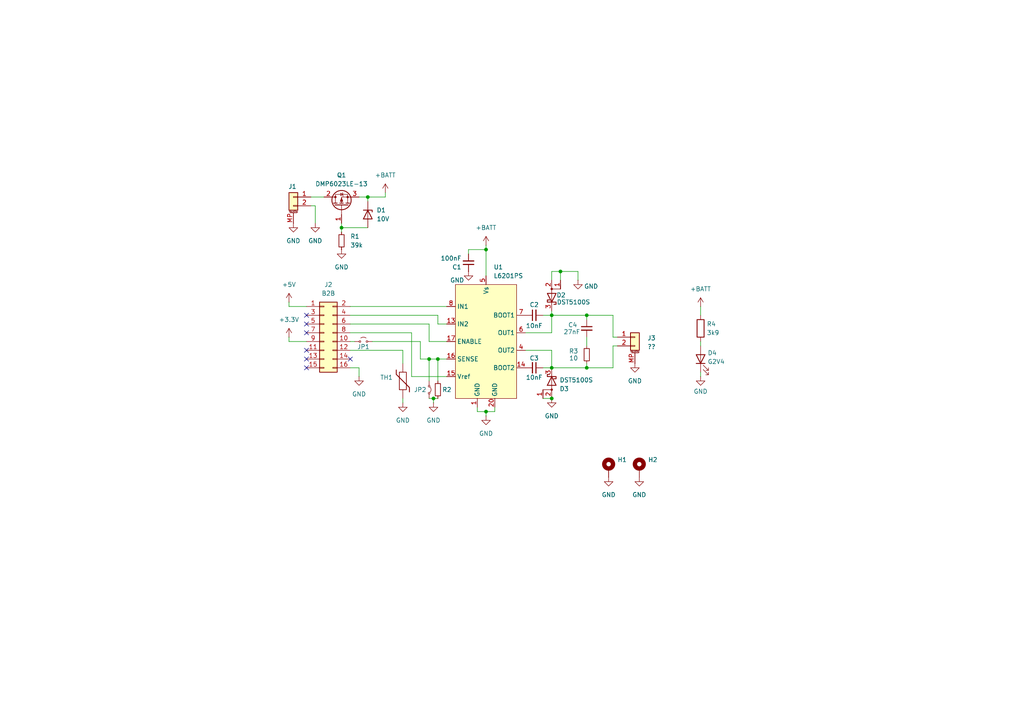
<source format=kicad_sch>
(kicad_sch (version 20231120) (generator "eeschema") (generator_version "8.0")
  (paper "A4")
  (lib_symbols
    (symbol "Connector_Generic:Conn_02x08_Odd_Even" (pin_names (offset 1.016) hide)
      (property "Reference" "J" (at 1.27 10.16 0))
      (property "Value" "Conn_02x08_Odd_Even" (at 1.27 -12.7 0))
      (symbol "Conn_02x08_Odd_Even_1_1"
        (rectangle (start -1.27 -10.033) (end 0 -10.287) (stroke (width 0.1524)))
        (rectangle (start -1.27 -7.493) (end 0 -7.747) (stroke (width 0.1524)))
        (rectangle (start -1.27 -4.953) (end 0 -5.207) (stroke (width 0.1524)))
        (rectangle (start -1.27 -2.413) (end 0 -2.667) (stroke (width 0.1524)))
        (rectangle (start -1.27 0.127) (end 0 -0.127) (stroke (width 0.1524)))
        (rectangle (start -1.27 2.667) (end 0 2.413) (stroke (width 0.1524)))
        (rectangle (start -1.27 5.207) (end 0 4.953) (stroke (width 0.1524)))
        (rectangle (start -1.27 7.747) (end 0 7.493) (stroke (width 0.1524)))
        (rectangle (start -1.27 8.89) (end 3.81 -11.43) (stroke (width 0.254)) (fill (type background)))
        (rectangle (start 3.81 -10.033) (end 2.54 -10.287) (stroke (width 0.1524)))
        (rectangle (start 3.81 -7.493) (end 2.54 -7.747) (stroke (width 0.1524)))
        (rectangle (start 3.81 -4.953) (end 2.54 -5.207) (stroke (width 0.1524)))
        (rectangle (start 3.81 -2.413) (end 2.54 -2.667) (stroke (width 0.1524)))
        (rectangle (start 3.81 0.127) (end 2.54 -0.127) (stroke (width 0.1524)))
        (rectangle (start 3.81 2.667) (end 2.54 2.413) (stroke (width 0.1524)))
        (rectangle (start 3.81 5.207) (end 2.54 4.953) (stroke (width 0.1524)))
        (rectangle (start 3.81 7.747) (end 2.54 7.493) (stroke (width 0.1524)))
        (pin passive line (at -5.08 7.62 0) (length 3.81) (name "Pin_1") (number "1"))
        (pin passive line (at 7.62 -2.54 180) (length 3.81) (name "Pin_10") (number "10"))
        (pin passive line (at -5.08 -5.08 0) (length 3.81) (name "Pin_11") (number "11"))
        (pin passive line (at 7.62 -5.08 180) (length 3.81) (name "Pin_12") (number "12"))
        (pin passive line (at -5.08 -7.62 0) (length 3.81) (name "Pin_13") (number "13"))
        (pin passive line (at 7.62 -7.62 180) (length 3.81) (name "Pin_14") (number "14"))
        (pin passive line (at -5.08 -10.16 0) (length 3.81) (name "Pin_15") (number "15"))
        (pin passive line (at 7.62 -10.16 180) (length 3.81) (name "Pin_16") (number "16"))
        (pin passive line (at 7.62 7.62 180) (length 3.81) (name "Pin_2") (number "2"))
        (pin passive line (at -5.08 5.08 0) (length 3.81) (name "Pin_3") (number "3"))
        (pin passive line (at 7.62 5.08 180) (length 3.81) (name "Pin_4") (number "4"))
        (pin passive line (at -5.08 2.54 0) (length 3.81) (name "Pin_5") (number "5"))
        (pin passive line (at 7.62 2.54 180) (length 3.81) (name "Pin_6") (number "6"))
        (pin passive line (at -5.08 0 0) (length 3.81) (name "Pin_7") (number "7"))
        (pin passive line (at 7.62 0 180) (length 3.81) (name "Pin_8") (number "8"))
        (pin passive line (at -5.08 -2.54 0) (length 3.81) (name "Pin_9") (number "9"))
      )
    )
    (symbol "Connector_Generic_MountingPin:Conn_01x02_MountingPin" (pin_names (offset 1.016) hide)
      (property "Reference" "J" (at 0 2.54 0))
      (property "Value" "Conn_01x02_MountingPin" (at 1.27 -5.08 0))
      (symbol "Conn_01x02_MountingPin_1_1"
        (rectangle (start -1.27 -2.413) (end 0 -2.667) (stroke (width 0.1524)))
        (rectangle (start -1.27 0.127) (end 0 -0.127) (stroke (width 0.1524)))
        (rectangle (start -1.27 1.27) (end 1.27 -3.81) (stroke (width 0.254)) (fill (type background)))
        (polyline (pts (xy -1.016 -4.572) (xy 1.016 -4.572)) (stroke (width 0.1524)))
        (text "Mounting" (at 0 -4.191 0) (effects (font (size 0.381 0.381))))
        (pin passive line (at -5.08 0 0) (length 3.81) (name "Pin_1") (number "1"))
        (pin passive line (at -5.08 -2.54 0) (length 3.81) (name "Pin_2") (number "2"))
        (pin passive line (at 0 -7.62 90) (length 3.048) (name "MountPin") (number "MP"))
      )
    )
    (symbol "Device:C_Small" (pin_numbers hide) (pin_names (offset 0.254) hide)
      (property "Reference" "C" (at 0.254 1.778 0))
      (property "Value" "C_Small" (at 0.254 -2.032 0))
      (symbol "C_Small_0_1"
        (polyline (pts (xy -1.524 -0.508) (xy 1.524 -0.508)) (stroke (width 0.3302)))
        (polyline (pts (xy -1.524 0.508) (xy 1.524 0.508)) (stroke (width 0.3048)))
      )
      (symbol "C_Small_1_1"
        (pin passive line (at 0 2.54 270) (length 2.032) (name "~") (number "1"))
        (pin passive line (at 0 -2.54 90) (length 2.032) (name "~") (number "2"))
      )
    )
    (symbol "Device:D_Schottky_AAK" (pin_names (offset 0) hide)
      (property "Reference" "D" (at 0 2.54 0))
      (property "Value" "D_Schottky_AAK" (at 0 -2.54 0))
      (symbol "D_Schottky_AAK_0_1"
        (polyline (pts (xy 1.27 1.27) (xy 1.27 -1.27) (xy -1.27 0) (xy 1.27 1.27)) (stroke (width 0.254)))
        (polyline (pts (xy 3.81 2.54) (xy 2.54 2.54) (xy 2.54 0) (xy -1.27 0)))
        (polyline (pts (xy -1.905 0.635) (xy -1.905 1.27) (xy -1.27 1.27) (xy -1.27 -1.27) (xy -0.635 -1.27) (xy -0.635 -0.635)) (stroke (width 0.254)))
        (circle (center 2.54 0) (radius 0.254) (fill (type outline)))
      )
      (symbol "D_Schottky_AAK_1_1"
        (pin passive line (at 5.08 2.54 180) (length 2.54) (name "A") (number "1"))
        (pin passive line (at 5.08 0 180) (length 2.54) (name "A") (number "2"))
        (pin passive line (at -3.81 0 0) (length 2.54) (name "K") (number "3"))
      )
    )
    (symbol "Device:D_Zener" (pin_numbers hide) (pin_names (offset 1.016) hide)
      (property "Reference" "D" (at 0 2.54 0))
      (property "Value" "D_Zener" (at 0 -2.54 0))
      (symbol "D_Zener_0_1"
        (polyline (pts (xy 1.27 0) (xy -1.27 0)))
        (polyline (pts (xy -1.27 -1.27) (xy -1.27 1.27) (xy -0.762 1.27)) (stroke (width 0.254)))
        (polyline (pts (xy 1.27 -1.27) (xy 1.27 1.27) (xy -1.27 0) (xy 1.27 -1.27)) (stroke (width 0.254)))
      )
      (symbol "D_Zener_1_1"
        (pin passive line (at -3.81 0 0) (length 2.54) (name "K") (number "1"))
        (pin passive line (at 3.81 0 180) (length 2.54) (name "A") (number "2"))
      )
    )
    (symbol "Device:LED" (pin_numbers hide) (pin_names (offset 1.016) hide)
      (property "Reference" "D" (at 0 2.54 0))
      (property "Value" "LED" (at 0 -2.54 0))
      (symbol "LED_0_1"
        (polyline (pts (xy -1.27 -1.27) (xy -1.27 1.27)) (stroke (width 0.254)))
        (polyline (pts (xy -1.27 0) (xy 1.27 0)))
        (polyline (pts (xy 1.27 -1.27) (xy 1.27 1.27) (xy -1.27 0) (xy 1.27 -1.27)) (stroke (width 0.254)))
        (polyline (pts (xy -3.048 -0.762) (xy -4.572 -2.286) (xy -3.81 -2.286) (xy -4.572 -2.286) (xy -4.572 -1.524)))
        (polyline (pts (xy -1.778 -0.762) (xy -3.302 -2.286) (xy -2.54 -2.286) (xy -3.302 -2.286) (xy -3.302 -1.524)))
      )
      (symbol "LED_1_1"
        (pin passive line (at -3.81 0 0) (length 2.54) (name "K") (number "1"))
        (pin passive line (at 3.81 0 180) (length 2.54) (name "A") (number "2"))
      )
    )
    (symbol "Device:Q_PMOS_GDS" (pin_names (offset 0) hide)
      (property "Reference" "Q" (at 5.08 1.27 0))
      (property "Value" "Q_PMOS_GDS" (at 5.08 -1.27 0))
      (symbol "Q_PMOS_GDS_0_1"
        (polyline (pts (xy 0.254 0) (xy -2.54 0)))
        (polyline (pts (xy 0.254 1.905) (xy 0.254 -1.905)) (stroke (width 0.254)))
        (polyline (pts (xy 0.762 -1.27) (xy 0.762 -2.286)) (stroke (width 0.254)))
        (polyline (pts (xy 0.762 0.508) (xy 0.762 -0.508)) (stroke (width 0.254)))
        (polyline (pts (xy 0.762 2.286) (xy 0.762 1.27)) (stroke (width 0.254)))
        (polyline (pts (xy 2.54 2.54) (xy 2.54 1.778)))
        (polyline (pts (xy 2.54 -2.54) (xy 2.54 0) (xy 0.762 0)))
        (polyline (pts (xy 0.762 1.778) (xy 3.302 1.778) (xy 3.302 -1.778) (xy 0.762 -1.778)))
        (polyline (pts (xy 2.286 0) (xy 1.27 0.381) (xy 1.27 -0.381) (xy 2.286 0)) (fill (type outline)))
        (polyline (pts (xy 2.794 -0.508) (xy 2.921 -0.381) (xy 3.683 -0.381) (xy 3.81 -0.254)))
        (polyline (pts (xy 3.302 -0.381) (xy 2.921 0.254) (xy 3.683 0.254) (xy 3.302 -0.381)))
        (circle (center 1.651 0) (radius 2.794) (stroke (width 0.254)))
        (circle (center 2.54 -1.778) (radius 0.254) (fill (type outline)))
        (circle (center 2.54 1.778) (radius 0.254) (fill (type outline)))
      )
      (symbol "Q_PMOS_GDS_1_1"
        (pin input line (at -5.08 0 0) (length 2.54) (name "G") (number "1"))
        (pin passive line (at 2.54 5.08 270) (length 2.54) (name "D") (number "2"))
        (pin passive line (at 2.54 -5.08 90) (length 2.54) (name "S") (number "3"))
      )
    )
    (symbol "Device:R" (pin_numbers hide) (pin_names (offset 0))
      (property "Reference" "R" (at 2.032 0 90))
      (property "Value" "R" (at 0 0 90))
      (symbol "R_0_1"
        (rectangle (start -1.016 -2.54) (end 1.016 2.54) (stroke (width 0.254)))
      )
      (symbol "R_1_1"
        (pin passive line (at 0 3.81 270) (length 1.27) (name "~") (number "1"))
        (pin passive line (at 0 -3.81 90) (length 1.27) (name "~") (number "2"))
      )
    )
    (symbol "Device:R_Small" (pin_numbers hide) (pin_names (offset 0.254) hide)
      (property "Reference" "R" (at 0.762 0.508 0))
      (property "Value" "R_Small" (at 0.762 -1.016 0))
      (symbol "R_Small_0_1"
        (rectangle (start -0.762 1.778) (end 0.762 -1.778) (stroke (width 0.2032)))
      )
      (symbol "R_Small_1_1"
        (pin passive line (at 0 2.54 270) (length 0.762) (name "~") (number "1"))
        (pin passive line (at 0 -2.54 90) (length 0.762) (name "~") (number "2"))
      )
    )
    (symbol "Device:Thermistor" (pin_numbers hide) (pin_names (offset 0))
      (property "Reference" "TH" (at 2.54 1.27 90))
      (property "Value" "Thermistor" (at -2.54 0 90))
      (symbol "Thermistor_0_1"
        (rectangle (start -1.016 2.54) (end 1.016 -2.54) (stroke (width 0.2032)))
        (polyline (pts (xy -1.905 3.175) (xy -1.905 1.905) (xy 1.905 -1.905) (xy 1.905 -3.175) (xy 1.905 -3.175)) (stroke (width 0.254)))
      )
      (symbol "Thermistor_1_1"
        (pin passive line (at 0 5.08 270) (length 2.54) (name "~") (number "1"))
        (pin passive line (at 0 -5.08 90) (length 2.54) (name "~") (number "2"))
      )
    )
    (symbol "FIRO_collected:L6201PS"
      (property "Reference" "U" (at 1.524 20.828 0))
      (property "Value" "L6201PS" (at 5.08 18.796 0))
      (symbol "L6201PS_1_1"
        (rectangle (start -8.89 16.51) (end 8.89 -16.51) (fill (type background)))
        (pin passive line (at -2.54 -19.05 90) (length 2.54) (name "GND") (number "1"))
        (pin passive line (at -2.54 -19.05 90) (length 2.54) hide (name "GND") (number "10"))
        (pin passive line (at 2.54 -19.05 90) (length 2.54) hide (name "GND") (number "11"))
        (pin input line (at -11.43 5.08 0) (length 2.54) (name "IN2") (number "13"))
        (pin input line (at 11.43 -7.62 180) (length 2.54) (name "BOOT2") (number "14"))
        (pin output line (at -11.43 -10.16 0) (length 2.54) (name "Vref") (number "15"))
        (pin output line (at -11.43 -5.08 0) (length 2.54) (name "SENSE") (number "16"))
        (pin input line (at -11.43 0 0) (length 2.54) (name "ENABLE") (number "17"))
        (pin passive line (at 2.54 -19.05 90) (length 2.54) (name "GND") (number "20"))
        (pin passive line (at 2.54 -19.05 90) (length 2.54) hide (name "GND") (number "21"))
        (pin output line (at 11.43 -2.54 180) (length 2.54) (name "OUT2") (number "4"))
        (pin passive line (at 0 19.05 270) (length 2.54) (name "Vs") (number "5"))
        (pin output line (at 11.43 2.54 180) (length 2.54) (name "OUT1") (number "6"))
        (pin input line (at 11.43 7.62 180) (length 2.54) (name "BOOT1") (number "7"))
        (pin input line (at -11.43 10.16 0) (length 2.54) (name "IN1") (number "8"))
      )
    )
    (symbol "Jumper:Jumper_2_Small_Bridged" (pin_numbers hide) (pin_names (offset 0) hide) (exclude_from_sim yes)
      (property "Reference" "JP" (at 0 2.032 0))
      (property "Value" "Jumper_2_Small_Bridged" (at 0 -2.286 0))
      (symbol "Jumper_2_Small_Bridged_0_0"
        (circle (center -1.016 0) (radius 0.254))
        (circle (center 1.016 0) (radius 0.254))
      )
      (symbol "Jumper_2_Small_Bridged_0_1"
        (arc (start 0.762 0.254) (mid 0 0.5696) (end -0.762 0.254))
      )
      (symbol "Jumper_2_Small_Bridged_1_1"
        (pin passive line (at -2.54 0 0) (length 1.27) (name "A") (number "1"))
        (pin passive line (at 2.54 0 180) (length 1.27) (name "B") (number "2"))
      )
    )
    (symbol "Jumper:Jumper_2_Small_Open" (pin_numbers hide) (pin_names (offset 0) hide) (exclude_from_sim yes)
      (property "Reference" "JP" (at 0 2.794 0))
      (property "Value" "Jumper_2_Small_Open" (at 0 -2.286 0))
      (symbol "Jumper_2_Small_Open_0_0"
        (circle (center -1.016 0) (radius 0.254))
        (circle (center 1.016 0) (radius 0.254))
      )
      (symbol "Jumper_2_Small_Open_0_1"
        (arc (start 0.762 1.0196) (mid 0 1.2729) (end -0.762 1.0196))
      )
      (symbol "Jumper_2_Small_Open_1_1"
        (pin passive line (at -2.54 0 0) (length 1.27) (name "A") (number "1"))
        (pin passive line (at 2.54 0 180) (length 1.27) (name "B") (number "2"))
      )
    )
    (symbol "Mechanical:MountingHole_Pad" (pin_numbers hide) (pin_names (offset 1.016) hide) (exclude_from_sim yes) (in_bom no)
      (property "Reference" "H" (at 0 6.35 0))
      (property "Value" "MountingHole_Pad" (at 0 4.445 0))
      (symbol "MountingHole_Pad_0_1"
        (circle (center 0 1.27) (radius 1.27) (stroke (width 1.27)))
      )
      (symbol "MountingHole_Pad_1_1"
        (pin input line (at 0 -2.54 90) (length 2.54) (name "1") (number "1"))
      )
    )
    (symbol "power:+3.3V" (power) (pin_numbers hide) (pin_names (offset 0) hide)
      (property "Value" "+3.3V" (at 0 3.556 0))
      (symbol "+3.3V_0_1"
        (polyline (pts (xy -0.762 1.27) (xy 0 2.54)))
        (polyline (pts (xy 0 0) (xy 0 2.54)))
        (polyline (pts (xy 0 2.54) (xy 0.762 1.27)))
      )
      (symbol "+3.3V_1_1"
        (pin power_in line (at 0 0 90) (length 0) (name "~") (number "1"))
      )
    )
    (symbol "power:+5V" (power) (pin_numbers hide) (pin_names (offset 0) hide)
      (property "Value" "+5V" (at 0 3.556 0))
      (symbol "+5V_0_1"
        (polyline (pts (xy -0.762 1.27) (xy 0 2.54)))
        (polyline (pts (xy 0 0) (xy 0 2.54)))
        (polyline (pts (xy 0 2.54) (xy 0.762 1.27)))
      )
      (symbol "+5V_1_1"
        (pin power_in line (at 0 0 90) (length 0) (name "~") (number "1"))
      )
    )
    (symbol "power:+BATT" (power) (pin_numbers hide) (pin_names (offset 0) hide)
      (property "Value" "+BATT" (at 0 3.556 0))
      (symbol "+BATT_0_1"
        (polyline (pts (xy -0.762 1.27) (xy 0 2.54)))
        (polyline (pts (xy 0 0) (xy 0 2.54)))
        (polyline (pts (xy 0 2.54) (xy 0.762 1.27)))
      )
      (symbol "+BATT_1_1"
        (pin power_in line (at 0 0 90) (length 0) (name "~") (number "1"))
      )
    )
    (symbol "power:GND" (power) (pin_numbers hide) (pin_names (offset 0) hide)
      (property "Value" "GND" (at 0 -3.81 0))
      (symbol "GND_0_1"
        (polyline (pts (xy 0 0) (xy 0 -1.27) (xy 1.27 -1.27) (xy 0 -2.54) (xy -1.27 -1.27) (xy 0 -1.27)))
      )
      (symbol "GND_1_1"
        (pin power_in line (at 0 0 270) (length 0) (name "~") (number "1"))
      )
    )
  )
  (junction (at 160.02 115.57))
  (junction (at 162.56 78.74))
  (junction (at 170.18 91.44))
  (junction (at 125.73 115.57))
  (junction (at 124.46 104.14))
  (junction (at 99.06 66.04))
  (junction (at 140.97 72.39))
  (junction (at 140.97 119.38))
  (junction (at 127 104.14))
  (junction (at 160.02 106.68))
  (junction (at 106.68 57.15))
  (junction (at 160.02 91.44))
  (junction (at 170.18 106.68))
  (no_connect (at 88.9 104.14))
  (no_connect (at 88.9 91.44))
  (no_connect (at 88.9 96.52))
  (no_connect (at 88.9 93.98))
  (no_connect (at 88.9 106.68))
  (no_connect (at 88.9 101.6))
  (no_connect (at 101.6 104.14))
  (wire (pts (xy 170.18 92.71) (xy 170.18 91.44)))
  (wire (pts (xy 127 104.14) (xy 129.54 104.14)))
  (wire (pts (xy 177.8 91.44) (xy 170.18 91.44)))
  (wire (pts (xy 83.82 99.06) (xy 88.9 99.06)))
  (wire (pts (xy 127 104.14) (xy 127 110.49)))
  (wire (pts (xy 116.84 105.41) (xy 116.84 101.6)))
  (wire (pts (xy 106.68 58.42) (xy 106.68 57.15)))
  (wire (pts (xy 127 93.98) (xy 129.54 93.98)))
  (wire (pts (xy 203.2 107.95) (xy 203.2 109.22)))
  (wire (pts (xy 160.02 91.44) (xy 170.18 91.44)))
  (wire (pts (xy 125.73 115.57) (xy 125.73 116.84)))
  (wire (pts (xy 83.82 88.9) (xy 88.9 88.9)))
  (wire (pts (xy 160.02 90.17) (xy 160.02 91.44)))
  (wire (pts (xy 101.6 91.44) (xy 127 91.44)))
  (wire (pts (xy 140.97 119.38) (xy 140.97 120.65)))
  (wire (pts (xy 177.8 97.79) (xy 177.8 91.44)))
  (wire (pts (xy 116.84 115.57) (xy 116.84 116.84)))
  (wire (pts (xy 152.4 101.6) (xy 160.02 101.6)))
  (wire (pts (xy 160.02 106.68) (xy 157.48 106.68)))
  (wire (pts (xy 90.17 57.15) (xy 93.98 57.15)))
  (wire (pts (xy 124.46 115.57) (xy 125.73 115.57)))
  (wire (pts (xy 140.97 119.38) (xy 143.51 119.38)))
  (wire (pts (xy 101.6 88.9) (xy 129.54 88.9)))
  (wire (pts (xy 121.92 99.06) (xy 121.92 104.14)))
  (wire (pts (xy 91.44 59.69) (xy 91.44 64.77)))
  (wire (pts (xy 124.46 93.98) (xy 101.6 93.98)))
  (wire (pts (xy 104.14 57.15) (xy 106.68 57.15)))
  (wire (pts (xy 143.51 119.38) (xy 143.51 118.11)))
  (wire (pts (xy 83.82 97.79) (xy 83.82 99.06)))
  (wire (pts (xy 162.56 78.74) (xy 162.56 81.28)))
  (wire (pts (xy 127 91.44) (xy 127 93.98)))
  (wire (pts (xy 124.46 99.06) (xy 129.54 99.06)))
  (wire (pts (xy 160.02 78.74) (xy 160.02 81.28)))
  (wire (pts (xy 179.07 97.79) (xy 177.8 97.79)))
  (wire (pts (xy 90.17 59.69) (xy 91.44 59.69)))
  (wire (pts (xy 140.97 80.01) (xy 140.97 72.39)))
  (wire (pts (xy 99.06 64.77) (xy 99.06 66.04)))
  (wire (pts (xy 203.2 88.9) (xy 203.2 91.44)))
  (wire (pts (xy 116.84 101.6) (xy 101.6 101.6)))
  (wire (pts (xy 160.02 78.74) (xy 162.56 78.74)))
  (wire (pts (xy 140.97 72.39) (xy 135.89 72.39)))
  (wire (pts (xy 106.68 57.15) (xy 111.76 57.15)))
  (wire (pts (xy 104.14 106.68) (xy 101.6 106.68)))
  (wire (pts (xy 129.54 109.22) (xy 119.38 109.22)))
  (wire (pts (xy 138.43 119.38) (xy 140.97 119.38)))
  (wire (pts (xy 160.02 96.52) (xy 160.02 91.44)))
  (wire (pts (xy 101.6 99.06) (xy 102.87 99.06)))
  (wire (pts (xy 127 115.57) (xy 125.73 115.57)))
  (wire (pts (xy 160.02 91.44) (xy 157.48 91.44)))
  (wire (pts (xy 121.92 104.14) (xy 124.46 104.14)))
  (wire (pts (xy 177.8 106.68) (xy 170.18 106.68)))
  (wire (pts (xy 157.48 115.57) (xy 160.02 115.57)))
  (wire (pts (xy 124.46 93.98) (xy 124.46 99.06)))
  (wire (pts (xy 124.46 104.14) (xy 127 104.14)))
  (wire (pts (xy 167.64 78.74) (xy 167.64 81.28)))
  (wire (pts (xy 119.38 96.52) (xy 101.6 96.52)))
  (wire (pts (xy 140.97 71.12) (xy 140.97 72.39)))
  (wire (pts (xy 111.76 57.15) (xy 111.76 55.88)))
  (wire (pts (xy 104.14 109.22) (xy 104.14 106.68)))
  (wire (pts (xy 160.02 101.6) (xy 160.02 106.68)))
  (wire (pts (xy 107.95 99.06) (xy 121.92 99.06)))
  (wire (pts (xy 99.06 66.04) (xy 106.68 66.04)))
  (wire (pts (xy 170.18 97.79) (xy 170.18 100.33)))
  (wire (pts (xy 170.18 105.41) (xy 170.18 106.68)))
  (wire (pts (xy 83.82 87.63) (xy 83.82 88.9)))
  (wire (pts (xy 152.4 96.52) (xy 160.02 96.52)))
  (wire (pts (xy 138.43 118.11) (xy 138.43 119.38)))
  (wire (pts (xy 99.06 66.04) (xy 99.06 67.31)))
  (wire (pts (xy 177.8 100.33) (xy 177.8 106.68)))
  (wire (pts (xy 119.38 96.52) (xy 119.38 109.22)))
  (wire (pts (xy 124.46 104.14) (xy 124.46 110.49)))
  (wire (pts (xy 170.18 106.68) (xy 160.02 106.68)))
  (wire (pts (xy 162.56 78.74) (xy 167.64 78.74)))
  (wire (pts (xy 135.89 72.39) (xy 135.89 73.66)))
  (wire (pts (xy 179.07 100.33) (xy 177.8 100.33)))
  (wire (pts (xy 203.2 99.06) (xy 203.2 100.33)))
  (symbol (lib_id "power:GND") (at 140.97 120.65 0) (unit 1)
    (property "Reference" "#PWR012" (effects (hide yes)))
    (property "Value" "GND" (at 140.97 125.73 0))
    (property "Description" "Power symbol creates a global label with name \"GND\" , ground" (effects (hide yes)))
  )
  (symbol (lib_id "power:GND") (at 160.02 115.57 0) (unit 1)
    (property "Reference" "#PWR013" (effects (hide yes)))
    (property "Value" "GND" (at 160.02 120.65 0))
    (property "Description" "Power symbol creates a global label with name \"GND\" , ground" (effects (hide yes)))
  )
  (symbol (lib_id "power:GND") (at 104.14 109.22 0) (unit 1)
    (property "Reference" "#PWR06" (effects (hide yes)))
    (property "Value" "GND" (at 104.14 114.3 0))
    (property "Description" "Power symbol creates a global label with name \"GND\" , ground" (effects (hide yes)))
  )
  (symbol (lib_id "Mechanical:MountingHole_Pad") (at 185.42 135.89 0) (unit 1) (exclude_from_sim yes) (in_bom no)
    (property "Reference" "H2" (at 187.96 133.3499 0) (effects (justify left)))
    (property "Value" "MountingHole_Pad" (effects (hide yes)))
    (property "Footprint" "MountingHole:MountingHole_3.2mm_M3_Pad_Via" (effects (hide yes)))
    (property "Description" "Mounting Hole with connection" (effects (hide yes)))
  )
  (symbol (lib_id "power:GND") (at 125.73 116.84 0) (unit 1)
    (property "Reference" "#PWR09" (effects (hide yes)))
    (property "Value" "GND" (at 125.73 121.92 0))
    (property "Description" "Power symbol creates a global label with name \"GND\" , ground" (effects (hide yes)))
  )
  (symbol (lib_id "power:+BATT") (at 111.76 55.88 0) (unit 1)
    (property "Reference" "#PWR07" (effects (hide yes)))
    (property "Value" "+BATT" (at 111.76 50.8 0))
    (property "Description" "Power symbol creates a global label with name \"+BATT\"" (effects (hide yes)))
  )
  (symbol (lib_id "Device:LED") (at 203.2 104.14 90) (unit 1)
    (property "Reference" "D4" (at 205.232 102.362 90) (effects (justify right)))
    (property "Value" "G2V4" (at 205.232 104.902 90) (effects (justify right)))
    (property "Footprint" "LED_SMD:LED_0805_2012Metric" (effects (hide yes)))
    (property "Description" "Light emitting diode" (effects (hide yes)))
  )
  (symbol (lib_id "Connector_Generic_MountingPin:Conn_01x02_MountingPin") (at 85.09 57.15 0) (mirror y) (unit 1)
    (property "Reference" "J1" (at 84.836 54.102 0))
    (property "Value" "Conn_01x02_MountingPin" (effects (hide yes)))
    (property "Footprint" "Connector_AMASS:AMASS_XT60PW-M_1x02_P7.20mm_Horizontal" (effects (hide yes)))
    (property "Description" "Generic connectable mounting pin connector, single row, 01x02, script generated (kicad-library-utils/schlib/autogen/connector/)" (effects (hide yes)))
  )
  (symbol (lib_id "Device:D_Zener") (at 106.68 62.23 270) (unit 1)
    (property "Reference" "D1" (at 109.22 60.9599 90) (effects (justify left)))
    (property "Value" "10V" (at 109.22 63.4999 90) (effects (justify left)))
    (property "Footprint" "Diode_SMD:D_SOD-123" (effects (hide yes)))
    (property "Description" "Zener diode" (effects (hide yes)))
  )
  (symbol (lib_id "Device:C_Small") (at 154.94 106.68 270) (unit 1)
    (property "Reference" "C3" (at 154.94 103.886 90))
    (property "Value" "10nF" (at 154.94 109.474 90))
    (property "Footprint" "Capacitor_SMD:C_0805_2012Metric" (effects (hide yes)))
    (property "Description" "Unpolarized capacitor, small symbol" (effects (hide yes)))
  )
  (symbol (lib_id "power:GND") (at 184.15 105.41 0) (unit 1)
    (property "Reference" "#PWR016" (effects (hide yes)))
    (property "Value" "GND" (at 184.15 110.49 0))
    (property "Description" "Power symbol creates a global label with name \"GND\" , ground" (effects (hide yes)))
  )
  (symbol (lib_id "power:GND") (at 203.2 109.22 0) (unit 1)
    (property "Reference" "#PWR019" (effects (hide yes)))
    (property "Value" "GND" (at 203.2 113.538 0))
    (property "Description" "Power symbol creates a global label with name \"GND\" , ground" (effects (hide yes)))
  )
  (symbol (lib_id "Device:Thermistor") (at 116.84 110.49 0) (unit 1)
    (property "Reference" "TH1" (at 110.236 109.474 0) (effects (justify left)))
    (property "Value" "Board_TH" (effects (hide yes)))
    (property "Footprint" "Resistor_SMD:R_0603_1608Metric" (effects (hide yes)))
    (property "Description" "Temperature dependent resistor" (effects (hide yes)))
  )
  (symbol (lib_id "power:GND") (at 99.06 72.39 0) (unit 1)
    (property "Reference" "#PWR05" (effects (hide yes)))
    (property "Value" "GND" (at 99.06 77.47 0))
    (property "Description" "Power symbol creates a global label with name \"GND\" , ground" (effects (hide yes)))
  )
  (symbol (lib_id "power:+3.3V") (at 83.82 97.79 0) (unit 1)
    (property "Reference" "#PWR02" (effects (hide yes)))
    (property "Value" "+3.3V" (at 83.82 92.71 0))
    (property "Description" "Power symbol creates a global label with name \"+3.3V\"" (effects (hide yes)))
  )
  (symbol (lib_id "Mechanical:MountingHole_Pad") (at 176.53 135.89 0) (unit 1) (exclude_from_sim yes) (in_bom no)
    (property "Reference" "H1" (at 179.07 133.3499 0) (effects (justify left)))
    (property "Value" "MountingHole_Pad" (effects (hide yes)))
    (property "Footprint" "MountingHole:MountingHole_3.2mm_M3_Pad_Via" (effects (hide yes)))
    (property "Description" "Mounting Hole with connection" (effects (hide yes)))
  )
  (symbol (lib_id "power:+BATT") (at 203.2 88.9 0) (unit 1)
    (property "Reference" "#PWR018" (effects (hide yes)))
    (property "Value" "+BATT" (at 203.2 83.82 0))
    (property "Description" "Power symbol creates a global label with name \"+BATT\"" (effects (hide yes)))
  )
  (symbol (lib_id "power:GND") (at 185.42 138.43 0) (unit 1)
    (property "Reference" "#PWR017" (effects (hide yes)))
    (property "Value" "GND" (at 185.42 143.51 0))
    (property "Description" "Power symbol creates a global label with name \"GND\" , ground" (effects (hide yes)))
  )
  (symbol (lib_id "Device:R_Small") (at 127 113.03 180) (unit 1)
    (property "Reference" "R2" (at 128.27 113.03 0) (effects (justify right)))
    (property "Value" "Current sense (opt)" (effects (hide yes)))
    (property "Footprint" "Resistor_SMD:R_1206_3216Metric" (effects (hide yes)))
    (property "Description" "Resistor, small symbol" (effects (hide yes)))
  )
  (symbol (lib_id "power:GND") (at 91.44 64.77 0) (unit 1)
    (property "Reference" "#PWR04" (effects (hide yes)))
    (property "Value" "GND" (at 91.44 69.85 0))
    (property "Description" "Power symbol creates a global label with name \"GND\" , ground" (effects (hide yes)))
  )
  (symbol (lib_id "Device:C_Small") (at 135.89 76.2 0) (mirror x) (unit 1)
    (property "Reference" "C1" (at 133.858 77.47 0) (effects (justify right)))
    (property "Value" "100nF" (at 133.858 74.93 0) (effects (justify right)))
    (property "Footprint" "Capacitor_SMD:C_0805_2012Metric" (effects (hide yes)))
    (property "Description" "Unpolarized capacitor, small symbol" (effects (hide yes)))
  )
  (symbol (lib_id "Jumper:Jumper_2_Small_Open") (at 105.41 99.06 0) (unit 1) (exclude_from_sim yes)
    (property "Reference" "JP1" (at 105.41 100.584 0))
    (property "Value" "Jumper_2_Small_Open" (effects (hide yes)))
    (property "Footprint" "Jumper:SolderJumper-2_P1.3mm_Open_RoundedPad1.0x1.5mm" (effects (hide yes)))
    (property "Description" "Jumper, 2-pole, small symbol, open" (effects (hide yes)))
  )
  (symbol (lib_id "power:GND") (at 176.53 138.43 0) (unit 1)
    (property "Reference" "#PWR015" (effects (hide yes)))
    (property "Value" "GND" (at 176.53 143.51 0))
    (property "Description" "Power symbol creates a global label with name \"GND\" , ground" (effects (hide yes)))
  )
  (symbol (lib_id "Device:R") (at 203.2 95.25 0) (unit 1)
    (property "Reference" "R4" (at 204.978 93.98 0) (effects (justify left)))
    (property "Value" "3k9" (at 204.978 96.52 0) (effects (justify left)))
    (property "Footprint" "Resistor_SMD:R_1206_3216Metric" (effects (hide yes)))
    (property "Description" "Resistor" (effects (hide yes)))
  )
  (symbol (lib_id "power:GND") (at 116.84 116.84 0) (unit 1)
    (property "Reference" "#PWR08" (effects (hide yes)))
    (property "Value" "GND" (at 116.84 121.92 0))
    (property "Description" "Power symbol creates a global label with name \"GND\" , ground" (effects (hide yes)))
  )
  (symbol (lib_id "Device:R_Small") (at 170.18 102.87 0) (unit 1)
    (property "Reference" "R3" (at 166.37 101.854 0))
    (property "Value" "10" (at 166.37 103.886 0))
    (property "Footprint" "Resistor_SMD:R_1206_3216Metric" (effects (hide yes)))
    (property "Description" "Resistor, small symbol" (effects (hide yes)))
  )
  (symbol (lib_id "FIRO_collected:L6201PS") (at 140.97 99.06 0) (unit 1)
    (property "Reference" "U1" (at 143.1641 77.47 0) (effects (justify left)))
    (property "Value" "L6201PS" (at 143.1641 80.01 0) (effects (justify left)))
    (property "Footprint" "Package_SO:HSOP-20-1EP_11.0x15.9mm_P1.27mm_SlugDown" (effects (hide yes)))
    (property "Datasheet" "https://4donline.ihs.com/images/VipMasterIC/IC/SGST/SGSTS27632/SGSTS27632-1.pdf?hkey=6D3A4C79FDBF58556ACFDE234799DDF0" (effects (hide yes)))
  )
  (symbol (lib_id "power:+BATT") (at 140.97 71.12 0) (unit 1)
    (property "Reference" "#PWR011" (effects (hide yes)))
    (property "Value" "+BATT" (at 140.97 66.04 0))
    (property "Description" "Power symbol creates a global label with name \"+BATT\"" (effects (hide yes)))
  )
  (symbol (lib_id "power:+5V") (at 83.82 87.63 0) (unit 1)
    (property "Reference" "#PWR01" (effects (hide yes)))
    (property "Value" "+5V" (at 83.82 82.55 0))
    (property "Description" "Power symbol creates a global label with name \"+5V\"" (effects (hide yes)))
  )
  (symbol (lib_id "Connector_Generic:Conn_02x08_Odd_Even") (at 93.98 96.52 0) (unit 1)
    (property "Reference" "J2" (at 95.25 82.55 0))
    (property "Value" "B2B" (at 95.25 85.09 0))
    (property "Footprint" "Connector_PinHeader_2.54mm:PinHeader_2x08_P2.54mm_Vertical" (effects (hide yes)))
    (property "Description" "Generic connector, double row, 02x08, odd/even pin numbering scheme (row 1 odd numbers, row 2 even numbers), script generated (kicad-library-utils/schlib/autogen/connector/)" (effects (hide yes)))
  )
  (symbol (lib_id "Jumper:Jumper_2_Small_Bridged") (at 124.46 113.03 270) (mirror x) (unit 1) (exclude_from_sim yes)
    (property "Reference" "JP2" (at 123.698 113.03 90) (effects (justify right)))
    (property "Value" "Jumper_2_Small_Bridged" (effects (hide yes)))
    (property "Footprint" "Jumper:SolderJumper-2_P1.3mm_Bridged2Bar_RoundedPad1.0x1.5mm" (effects (hide yes)))
    (property "Description" "Jumper, 2-pole, small symbol, bridged" (effects (hide yes)))
  )
  (symbol (lib_id "power:GND") (at 85.09 64.77 0) (unit 1)
    (property "Reference" "#PWR03" (effects (hide yes)))
    (property "Value" "GND" (at 85.09 69.85 0))
    (property "Description" "Power symbol creates a global label with name \"GND\" , ground" (effects (hide yes)))
  )
  (symbol (lib_id "Device:R_Small") (at 99.06 69.85 0) (unit 1)
    (property "Reference" "R1" (at 101.6 68.5799 0) (effects (justify left)))
    (property "Value" "39k" (at 101.6 71.1199 0) (effects (justify left)))
    (property "Footprint" "Resistor_SMD:R_0603_1608Metric" (effects (hide yes)))
    (property "Description" "Resistor, small symbol" (effects (hide yes)))
  )
  (symbol (lib_id "Connector_Generic_MountingPin:Conn_01x02_MountingPin") (at 184.15 97.79 0) (unit 1)
    (property "Reference" "J3" (at 188.976 98.044 0))
    (property "Value" "??" (at 188.976 100.584 0))
    (property "Footprint" "firo_footprints:WAGO 2601-3102" (effects (hide yes)))
    (property "Description" "Generic connectable mounting pin connector, single row, 01x02, script generated (kicad-library-utils/schlib/autogen/connector/)" (effects (hide yes)))
  )
  (symbol (lib_id "Device:C_Small") (at 154.94 91.44 90) (unit 1)
    (property "Reference" "C2" (at 154.94 88.392 90))
    (property "Value" "10nF" (at 154.94 94.488 90))
    (property "Footprint" "Capacitor_SMD:C_0805_2012Metric" (effects (hide yes)))
    (property "Description" "Unpolarized capacitor, small symbol" (effects (hide yes)))
  )
  (symbol (lib_id "power:GND") (at 135.89 78.74 0) (unit 1)
    (property "Reference" "#PWR010" (effects (hide yes)))
    (property "Value" "GND" (at 132.588 81.28 0))
    (property "Description" "Power symbol creates a global label with name \"GND\" , ground" (effects (hide yes)))
  )
  (symbol (lib_id "power:GND") (at 167.64 81.28 0) (unit 1)
    (property "Reference" "#PWR014" (effects (hide yes)))
    (property "Value" "GND" (at 171.45 83.058 0))
    (property "Description" "Power symbol creates a global label with name \"GND\" , ground" (effects (hide yes)))
  )
  (symbol (lib_id "Device:Q_PMOS_GDS") (at 99.06 59.69 90) (unit 1)
    (property "Reference" "Q1" (at 99.06 50.8 90))
    (property "Value" "DMP6023LE-13" (at 99.06 53.34 90))
    (property "Footprint" "Package_TO_SOT_SMD:SOT-223-3_TabPin2" (effects (hide yes)))
    (property "Description" "P-MOSFET transistor, gate/drain/source" (effects (hide yes)))
  )
  (symbol (lib_id "Device:C_Small") (at 170.18 95.25 0) (unit 1)
    (property "Reference" "C4" (at 166.116 94.234 0))
    (property "Value" "27nF" (at 165.862 96.266 0))
    (property "Footprint" "Capacitor_SMD:C_0805_2012Metric" (effects (hide yes)))
    (property "Description" "Unpolarized capacitor, small symbol" (effects (hide yes)))
  )
  (symbol (lib_id "Device:D_Schottky_AAK") (at 160.02 110.49 90) (mirror x) (unit 1)
    (property "Reference" "D3" (at 162.306 112.776 90) (effects (justify right)))
    (property "Value" "DST5100S" (at 162.306 110.236 90) (effects (justify right)))
    (property "Footprint" "Package_TO_SOT_SMD:TO-277B" (effects (hide yes)))
    (property "Description" "Schottky diode, anode on pins 1 and 2" (effects (hide yes)))
  )
  (symbol (lib_id "Device:D_Schottky_AAK") (at 160.02 86.36 270) (mirror x) (unit 1)
    (property "Reference" "D2" (at 164.084 85.598 90) (effects (justify right)))
    (property "Value" "DST5100S" (at 171.196 87.63 90) (effects (justify right)))
    (property "Footprint" "Package_TO_SOT_SMD:TO-277B" (effects (hide yes)))
    (property "Description" "Schottky diode, anode on pins 1 and 2" (effects (hide yes)))
  )
)
</source>
